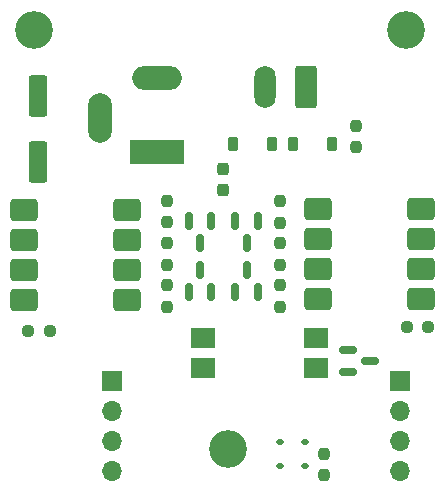
<source format=gbr>
%TF.GenerationSoftware,KiCad,Pcbnew,7.0.11*%
%TF.CreationDate,2024-03-26T21:19:37+01:00*%
%TF.ProjectId,booster_bare_minimum,626f6f73-7465-4725-9f62-6172655f6d69,rev?*%
%TF.SameCoordinates,Original*%
%TF.FileFunction,Soldermask,Top*%
%TF.FilePolarity,Negative*%
%FSLAX46Y46*%
G04 Gerber Fmt 4.6, Leading zero omitted, Abs format (unit mm)*
G04 Created by KiCad (PCBNEW 7.0.11) date 2024-03-26 21:19:37*
%MOMM*%
%LPD*%
G01*
G04 APERTURE LIST*
G04 Aperture macros list*
%AMRoundRect*
0 Rectangle with rounded corners*
0 $1 Rounding radius*
0 $2 $3 $4 $5 $6 $7 $8 $9 X,Y pos of 4 corners*
0 Add a 4 corners polygon primitive as box body*
4,1,4,$2,$3,$4,$5,$6,$7,$8,$9,$2,$3,0*
0 Add four circle primitives for the rounded corners*
1,1,$1+$1,$2,$3*
1,1,$1+$1,$4,$5*
1,1,$1+$1,$6,$7*
1,1,$1+$1,$8,$9*
0 Add four rect primitives between the rounded corners*
20,1,$1+$1,$2,$3,$4,$5,0*
20,1,$1+$1,$4,$5,$6,$7,0*
20,1,$1+$1,$6,$7,$8,$9,0*
20,1,$1+$1,$8,$9,$2,$3,0*%
G04 Aperture macros list end*
%ADD10RoundRect,0.237500X0.237500X-0.250000X0.237500X0.250000X-0.237500X0.250000X-0.237500X-0.250000X0*%
%ADD11RoundRect,0.150000X-0.587500X-0.150000X0.587500X-0.150000X0.587500X0.150000X-0.587500X0.150000X0*%
%ADD12RoundRect,0.112500X0.187500X0.112500X-0.187500X0.112500X-0.187500X-0.112500X0.187500X-0.112500X0*%
%ADD13RoundRect,0.237500X0.250000X0.237500X-0.250000X0.237500X-0.250000X-0.237500X0.250000X-0.237500X0*%
%ADD14RoundRect,0.237500X-0.237500X0.250000X-0.237500X-0.250000X0.237500X-0.250000X0.237500X0.250000X0*%
%ADD15RoundRect,0.150000X0.150000X-0.587500X0.150000X0.587500X-0.150000X0.587500X-0.150000X-0.587500X0*%
%ADD16C,3.200000*%
%ADD17RoundRect,0.150000X-0.150000X0.587500X-0.150000X-0.587500X0.150000X-0.587500X0.150000X0.587500X0*%
%ADD18R,2.000000X1.780000*%
%ADD19R,1.700000X1.700000*%
%ADD20O,1.700000X1.700000*%
%ADD21RoundRect,0.250000X0.550000X-1.500000X0.550000X1.500000X-0.550000X1.500000X-0.550000X-1.500000X0*%
%ADD22R,4.600000X2.000000*%
%ADD23O,4.200000X2.000000*%
%ADD24O,2.000000X4.200000*%
%ADD25RoundRect,0.225000X-0.225000X-0.375000X0.225000X-0.375000X0.225000X0.375000X-0.225000X0.375000X0*%
%ADD26RoundRect,0.250000X0.650000X1.550000X-0.650000X1.550000X-0.650000X-1.550000X0.650000X-1.550000X0*%
%ADD27O,1.800000X3.600000*%
%ADD28RoundRect,0.237500X-0.237500X0.300000X-0.237500X-0.300000X0.237500X-0.300000X0.237500X0.300000X0*%
%ADD29RoundRect,0.250000X0.900000X0.675000X-0.900000X0.675000X-0.900000X-0.675000X0.900000X-0.675000X0*%
%ADD30RoundRect,0.250000X-0.900000X-0.675000X0.900000X-0.675000X0.900000X0.675000X-0.900000X0.675000X0*%
%ADD31RoundRect,0.225000X0.225000X0.375000X-0.225000X0.375000X-0.225000X-0.375000X0.225000X-0.375000X0*%
G04 APERTURE END LIST*
D10*
%TO.C,R1*%
X179500000Y-77212500D03*
X179500000Y-75387500D03*
%TD*%
D11*
%TO.C,Q1*%
X181562500Y-66550000D03*
X181562500Y-68450000D03*
X183437500Y-67500000D03*
%TD*%
D12*
%TO.C,D2*%
X175850000Y-74400000D03*
X177950000Y-74400000D03*
%TD*%
%TO.C,D1*%
X177950000Y-76400000D03*
X175850000Y-76400000D03*
%TD*%
D13*
%TO.C,R201*%
X156325000Y-65000000D03*
X154500000Y-65000000D03*
%TD*%
D14*
%TO.C,R203*%
X166243500Y-57531000D03*
X166243500Y-59356000D03*
%TD*%
D15*
%TO.C,Q204*%
X172024500Y-61692000D03*
X173924500Y-61692000D03*
X172974500Y-59817000D03*
%TD*%
D16*
%TO.C,REF\u002A\u002A*%
X155000000Y-39500000D03*
%TD*%
%TO.C,REF\u002A\u002A*%
X186500000Y-39500000D03*
%TD*%
%TO.C,REF\u002A\u002A*%
X171400000Y-75000000D03*
%TD*%
D17*
%TO.C,Q203*%
X173924500Y-55656000D03*
X172024500Y-55656000D03*
X172974500Y-57531000D03*
%TD*%
D13*
%TO.C,R209*%
X188364500Y-64643000D03*
X186539500Y-64643000D03*
%TD*%
D18*
%TO.C,U202*%
X169291000Y-65532000D03*
X169291000Y-68072000D03*
X178821000Y-68072000D03*
X178821000Y-65532000D03*
%TD*%
D19*
%TO.C,J102*%
X161626000Y-69175000D03*
D20*
X161626000Y-71715000D03*
X161626000Y-74255000D03*
X161626000Y-76795000D03*
%TD*%
D21*
%TO.C,C202*%
X155321000Y-50685000D03*
X155321000Y-45085000D03*
%TD*%
D22*
%TO.C,J201*%
X165410000Y-49861000D03*
D23*
X165410000Y-43561000D03*
D24*
X160610000Y-46961000D03*
%TD*%
D25*
%TO.C,D202*%
X171831000Y-49149000D03*
X175131000Y-49149000D03*
%TD*%
D17*
%TO.C,Q201*%
X169987500Y-55656000D03*
X168087500Y-55656000D03*
X169037500Y-57531000D03*
%TD*%
D10*
%TO.C,R202*%
X166243500Y-55776500D03*
X166243500Y-53951500D03*
%TD*%
D15*
%TO.C,Q202*%
X168087500Y-61692000D03*
X169987500Y-61692000D03*
X169037500Y-59817000D03*
%TD*%
D26*
%TO.C,J103*%
X178000000Y-44346000D03*
D27*
X174500000Y-44346000D03*
%TD*%
D14*
%TO.C,R204*%
X166243500Y-61087000D03*
X166243500Y-62912000D03*
%TD*%
%TO.C,R208*%
X175768500Y-57531000D03*
X175768500Y-59356000D03*
%TD*%
D28*
%TO.C,C201*%
X170942000Y-51275000D03*
X170942000Y-53000000D03*
%TD*%
D29*
%TO.C,U203*%
X187738500Y-62230000D03*
X187738500Y-59690000D03*
X187738500Y-57150000D03*
X187738500Y-54610000D03*
X179038500Y-54610000D03*
X179038500Y-57150000D03*
X179038500Y-59690000D03*
X179038500Y-62230000D03*
%TD*%
D14*
%TO.C,R207*%
X175768500Y-61087000D03*
X175768500Y-62912000D03*
%TD*%
%TO.C,R205*%
X182245000Y-47601500D03*
X182245000Y-49426500D03*
%TD*%
D10*
%TO.C,R206*%
X175768500Y-55800000D03*
X175768500Y-53975000D03*
%TD*%
D19*
%TO.C,J101*%
X186000000Y-69215000D03*
D20*
X186000000Y-71755000D03*
X186000000Y-74295000D03*
X186000000Y-76835000D03*
%TD*%
D30*
%TO.C,U201*%
X154150000Y-54737000D03*
X154150000Y-57277000D03*
X154150000Y-59817000D03*
X154150000Y-62357000D03*
X162850000Y-62357000D03*
X162850000Y-59817000D03*
X162850000Y-57277000D03*
X162850000Y-54737000D03*
%TD*%
D31*
%TO.C,D201*%
X180212000Y-49149000D03*
X176912000Y-49149000D03*
%TD*%
M02*

</source>
